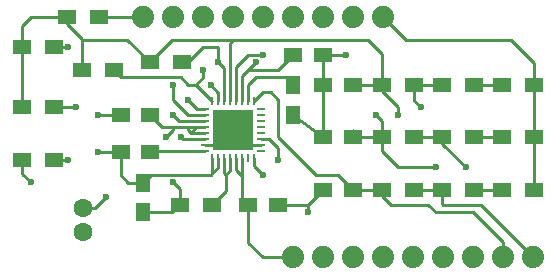
<source format=gtl>
G04 #@! TF.FileFunction,Copper,L1,Top,Signal*
%FSLAX46Y46*%
G04 Gerber Fmt 4.6, Leading zero omitted, Abs format (unit mm)*
G04 Created by KiCad (PCBNEW 4.0.6) date Thursday, January 11, 2018 'PMt' 08:13:23 PM*
%MOMM*%
%LPD*%
G01*
G04 APERTURE LIST*
%ADD10C,0.100000*%
%ADD11R,1.500000X1.250000*%
%ADD12R,1.250000X1.500000*%
%ADD13R,1.500000X1.300000*%
%ADD14C,1.597660*%
%ADD15C,1.879600*%
%ADD16R,0.700000X0.250000*%
%ADD17R,0.250000X0.700000*%
%ADD18R,1.725000X1.725000*%
%ADD19C,0.600000*%
%ADD20C,0.250000*%
G04 APERTURE END LIST*
D10*
D11*
X170795000Y-103505000D03*
X168295000Y-103505000D03*
X170795000Y-99060000D03*
X168295000Y-99060000D03*
X170795000Y-94615000D03*
X168295000Y-94615000D03*
X153650000Y-97155000D03*
X151150000Y-97155000D03*
X153650000Y-100330000D03*
X151150000Y-100330000D03*
D12*
X153035000Y-105390000D03*
X153035000Y-102890000D03*
D11*
X165755000Y-92075000D03*
X168255000Y-92075000D03*
D12*
X165735000Y-94635000D03*
X165735000Y-97135000D03*
D11*
X161945000Y-104775000D03*
X164445000Y-104775000D03*
D13*
X186135000Y-103505000D03*
X183435000Y-103505000D03*
X186135000Y-94615000D03*
X183435000Y-94615000D03*
X186135000Y-99060000D03*
X183435000Y-99060000D03*
D14*
X147955000Y-107043220D03*
X147955000Y-105046780D03*
D15*
X186055000Y-109220000D03*
X183515000Y-109220000D03*
X180975000Y-109220000D03*
X178435000Y-109220000D03*
X175895000Y-109220000D03*
X173355000Y-109220000D03*
X170815000Y-109220000D03*
X168275000Y-109220000D03*
X165735000Y-109220000D03*
X153035000Y-88900000D03*
X155575000Y-88900000D03*
X158115000Y-88900000D03*
X160655000Y-88900000D03*
X163195000Y-88900000D03*
X165735000Y-88900000D03*
X168275000Y-88900000D03*
X170815000Y-88900000D03*
X173355000Y-88900000D03*
D13*
X156130000Y-104775000D03*
X158830000Y-104775000D03*
X145495000Y-100965000D03*
X142795000Y-100965000D03*
X175975000Y-103505000D03*
X173275000Y-103505000D03*
X175975000Y-99060000D03*
X173275000Y-99060000D03*
X175975000Y-94615000D03*
X173275000Y-94615000D03*
X145495000Y-96520000D03*
X142795000Y-96520000D03*
X156290000Y-92710000D03*
X153590000Y-92710000D03*
X181055000Y-103505000D03*
X178355000Y-103505000D03*
X181055000Y-94615000D03*
X178355000Y-94615000D03*
X181055000Y-99060000D03*
X178355000Y-99060000D03*
X149305000Y-88900000D03*
X146605000Y-88900000D03*
X150575000Y-93345000D03*
X147875000Y-93345000D03*
X145495000Y-91440000D03*
X142795000Y-91440000D03*
D16*
X158255000Y-96675000D03*
X158255000Y-97175000D03*
X158255000Y-97675000D03*
X158255000Y-98175000D03*
X158255000Y-98675000D03*
X158255000Y-99175000D03*
X158255000Y-99675000D03*
X158255000Y-100175000D03*
D17*
X158905000Y-100825000D03*
X159405000Y-100825000D03*
X159905000Y-100825000D03*
X160405000Y-100825000D03*
X160905000Y-100825000D03*
X161405000Y-100825000D03*
X161905000Y-100825000D03*
X162405000Y-100825000D03*
D16*
X163055000Y-100175000D03*
X163055000Y-99675000D03*
X163055000Y-99175000D03*
X163055000Y-98675000D03*
X163055000Y-98175000D03*
X163055000Y-97675000D03*
X163055000Y-97175000D03*
X163055000Y-96675000D03*
D17*
X162405000Y-96025000D03*
X161905000Y-96025000D03*
X161405000Y-96025000D03*
X160905000Y-96025000D03*
X160405000Y-96025000D03*
X159905000Y-96025000D03*
X159405000Y-96025000D03*
X158905000Y-96025000D03*
D18*
X161517500Y-99287500D03*
X161517500Y-97562500D03*
X159792500Y-99287500D03*
X159792500Y-97562500D03*
D19*
X143510000Y-102870000D03*
X167005000Y-105410000D03*
X170180000Y-92075000D03*
X149225000Y-97155000D03*
X163195000Y-102235000D03*
X159792500Y-99287500D03*
X161517500Y-99287500D03*
X161517500Y-97562500D03*
X159792500Y-97562500D03*
X149225000Y-100330000D03*
X177800000Y-101600000D03*
X172720000Y-97155000D03*
X163195000Y-92075000D03*
X174625000Y-97155000D03*
X149860000Y-104140000D03*
X154940000Y-99060000D03*
X162560000Y-92710000D03*
X164465000Y-100965000D03*
X155575000Y-102870000D03*
X156210000Y-99060000D03*
X155575000Y-94615000D03*
X146685000Y-91440000D03*
X156845000Y-95885000D03*
X158115000Y-93345000D03*
X158750000Y-94615000D03*
X147320000Y-96520000D03*
X159385000Y-92710000D03*
X155575000Y-97155000D03*
X146685000Y-100965000D03*
X180340000Y-101600000D03*
X176530000Y-96520000D03*
D20*
X173275000Y-103505000D02*
X173275000Y-104060000D01*
X173275000Y-104060000D02*
X173990000Y-104775000D01*
X183515000Y-107950000D02*
X183515000Y-109220000D01*
X180975000Y-105410000D02*
X183515000Y-107950000D01*
X177800000Y-105410000D02*
X180975000Y-105410000D01*
X177165000Y-104775000D02*
X177800000Y-105410000D01*
X173990000Y-104775000D02*
X177165000Y-104775000D01*
X162405000Y-96025000D02*
X162420000Y-96025000D01*
X162420000Y-96025000D02*
X163195000Y-95250000D01*
X163195000Y-95250000D02*
X163830000Y-95250000D01*
X163830000Y-95250000D02*
X164465000Y-95885000D01*
X164465000Y-95885000D02*
X164465000Y-99060000D01*
X164465000Y-99060000D02*
X167640000Y-102235000D01*
X167640000Y-102235000D02*
X169525000Y-102235000D01*
X169525000Y-102235000D02*
X170795000Y-103505000D01*
X170795000Y-103505000D02*
X173275000Y-103505000D01*
X151130000Y-100350000D02*
X151130000Y-102235000D01*
X151785000Y-102890000D02*
X151130000Y-102235000D01*
X151785000Y-102890000D02*
X153035000Y-102890000D01*
X151130000Y-100350000D02*
X151150000Y-100330000D01*
X142795000Y-100965000D02*
X142795000Y-102155000D01*
X142795000Y-102155000D02*
X143510000Y-102870000D01*
X167005000Y-104775000D02*
X167005000Y-105410000D01*
X164445000Y-104775000D02*
X167005000Y-104775000D01*
X167005000Y-104775000D02*
X167025000Y-104775000D01*
X167025000Y-104775000D02*
X168295000Y-103505000D01*
X168255000Y-92075000D02*
X170180000Y-92075000D01*
X168255000Y-92075000D02*
X168255000Y-94575000D01*
X168255000Y-94575000D02*
X168295000Y-94615000D01*
X168295000Y-99060000D02*
X168295000Y-94615000D01*
X168295000Y-99060000D02*
X165755000Y-97155000D01*
X165755000Y-97155000D02*
X165735000Y-97135000D01*
X151150000Y-97155000D02*
X149225000Y-97155000D01*
X162405000Y-100825000D02*
X162405000Y-101445000D01*
X162405000Y-101445000D02*
X163195000Y-102235000D01*
X159405000Y-99675000D02*
X159792500Y-99287500D01*
X161905000Y-99675000D02*
X161517500Y-99287500D01*
X151150000Y-100330000D02*
X149225000Y-100330000D01*
X158255000Y-99675000D02*
X159405000Y-99675000D01*
X163055000Y-99675000D02*
X161905000Y-99675000D01*
X158750000Y-102235000D02*
X153690000Y-102235000D01*
X153690000Y-102235000D02*
X153035000Y-102890000D01*
X158905000Y-100825000D02*
X158905000Y-102080000D01*
X159405000Y-101580000D02*
X158750000Y-102235000D01*
X159405000Y-101580000D02*
X159405000Y-100825000D01*
X158905000Y-102080000D02*
X158750000Y-102235000D01*
X173275000Y-99060000D02*
X173275000Y-100250000D01*
X174625000Y-101600000D02*
X177800000Y-101600000D01*
X173275000Y-100250000D02*
X174625000Y-101600000D01*
X160905000Y-96025000D02*
X160905000Y-93095000D01*
X173275000Y-97710000D02*
X173275000Y-99060000D01*
X172720000Y-97155000D02*
X173275000Y-97710000D01*
X161925000Y-92075000D02*
X163195000Y-92075000D01*
X160905000Y-93095000D02*
X161925000Y-92075000D01*
X170795000Y-98445000D02*
X170795000Y-99060000D01*
X170795000Y-99060000D02*
X173275000Y-99060000D01*
X174625000Y-96520000D02*
X174625000Y-97155000D01*
X173275000Y-95170000D02*
X174625000Y-96520000D01*
X173275000Y-94615000D02*
X173275000Y-95170000D01*
X147875000Y-90805000D02*
X151685000Y-90805000D01*
X151685000Y-90805000D02*
X153590000Y-92710000D01*
X142795000Y-96520000D02*
X142795000Y-91440000D01*
X146605000Y-88900000D02*
X143510000Y-88900000D01*
X142795000Y-89615000D02*
X142795000Y-91440000D01*
X143510000Y-88900000D02*
X142795000Y-89615000D01*
X147875000Y-93345000D02*
X147875000Y-90805000D01*
X147875000Y-90805000D02*
X147875000Y-90725000D01*
X147875000Y-90725000D02*
X146605000Y-89455000D01*
X146605000Y-89455000D02*
X146605000Y-88900000D01*
X160655000Y-90805000D02*
X155495000Y-90805000D01*
X155495000Y-90805000D02*
X153590000Y-92710000D01*
X160405000Y-96025000D02*
X160405000Y-91055000D01*
X173275000Y-91995000D02*
X173275000Y-94615000D01*
X172085000Y-90805000D02*
X173275000Y-91995000D01*
X160655000Y-90805000D02*
X172085000Y-90805000D01*
X160405000Y-91055000D02*
X160655000Y-90805000D01*
X173275000Y-94615000D02*
X170795000Y-94615000D01*
X155575000Y-98175000D02*
X155575000Y-98425000D01*
X148953220Y-105046780D02*
X147955000Y-105046780D01*
X149860000Y-104140000D02*
X148953220Y-105046780D01*
X155575000Y-98425000D02*
X154940000Y-99060000D01*
X156845000Y-98175000D02*
X155575000Y-98175000D01*
X155575000Y-98175000D02*
X154670000Y-98175000D01*
X154670000Y-98175000D02*
X153650000Y-97155000D01*
X157075000Y-98655000D02*
X156845000Y-98425000D01*
X156845000Y-98425000D02*
X156845000Y-98175000D01*
X157075000Y-98675000D02*
X157075000Y-98655000D01*
X158255000Y-98675000D02*
X157075000Y-98675000D01*
X157555000Y-98175000D02*
X158255000Y-98175000D01*
X157075000Y-98655000D02*
X157555000Y-98175000D01*
X158255000Y-98175000D02*
X156845000Y-98175000D01*
X156845000Y-98175000D02*
X156575000Y-98175000D01*
X158255000Y-100175000D02*
X153805000Y-100175000D01*
X153805000Y-100175000D02*
X153650000Y-100330000D01*
X161925000Y-93345000D02*
X162560000Y-92710000D01*
X163055000Y-99175000D02*
X163715000Y-99175000D01*
X163715000Y-99175000D02*
X164465000Y-99925000D01*
X164465000Y-99925000D02*
X164465000Y-100965000D01*
X161405000Y-96025000D02*
X161405000Y-93865000D01*
X164485000Y-93345000D02*
X165755000Y-92075000D01*
X161925000Y-93345000D02*
X164485000Y-93345000D01*
X161405000Y-93865000D02*
X161925000Y-93345000D01*
X165215000Y-92615000D02*
X165755000Y-92075000D01*
X153035000Y-105390000D02*
X155515000Y-105390000D01*
X155515000Y-105390000D02*
X156130000Y-104775000D01*
X158255000Y-99175000D02*
X156325000Y-99175000D01*
X156130000Y-103425000D02*
X156130000Y-104775000D01*
X155575000Y-102870000D02*
X156130000Y-103425000D01*
X156325000Y-99175000D02*
X156210000Y-99060000D01*
X165735000Y-94635000D02*
X165735000Y-93980000D01*
X165735000Y-93980000D02*
X163830000Y-93980000D01*
X163830000Y-93980000D02*
X162560000Y-93980000D01*
X162560000Y-93980000D02*
X161905000Y-94635000D01*
X161905000Y-94635000D02*
X161905000Y-96025000D01*
X165735000Y-109220000D02*
X163195000Y-109220000D01*
X161945000Y-107970000D02*
X161945000Y-104775000D01*
X163195000Y-109220000D02*
X161945000Y-107970000D01*
X161405000Y-102120000D02*
X161405000Y-104235000D01*
X161405000Y-104235000D02*
X161945000Y-104775000D01*
X161405000Y-100825000D02*
X161405000Y-102120000D01*
X160905000Y-101850000D02*
X161290000Y-102235000D01*
X160905000Y-101850000D02*
X160905000Y-100825000D01*
X161405000Y-102120000D02*
X161290000Y-102235000D01*
X186135000Y-94615000D02*
X186135000Y-92790000D01*
X175260000Y-90805000D02*
X173355000Y-88900000D01*
X184150000Y-90805000D02*
X175260000Y-90805000D01*
X186135000Y-92790000D02*
X184150000Y-90805000D01*
X186135000Y-99060000D02*
X186135000Y-103505000D01*
X186135000Y-94615000D02*
X186135000Y-99060000D01*
X183435000Y-103505000D02*
X181055000Y-103505000D01*
X181055000Y-94615000D02*
X183435000Y-94615000D01*
X181055000Y-99060000D02*
X183435000Y-99060000D01*
X155575000Y-95885000D02*
X155575000Y-94615000D01*
X158255000Y-97175000D02*
X156865000Y-97175000D01*
X156865000Y-97175000D02*
X155575000Y-95885000D01*
X153035000Y-88900000D02*
X149305000Y-88900000D01*
X146685000Y-91440000D02*
X145495000Y-91440000D01*
X157635000Y-96675000D02*
X156845000Y-95885000D01*
X158255000Y-96675000D02*
X157635000Y-96675000D01*
X157635000Y-96675000D02*
X157480000Y-96520000D01*
X158905000Y-96025000D02*
X158890000Y-96025000D01*
X158890000Y-96025000D02*
X157480000Y-94615000D01*
X158115000Y-93980000D02*
X158115000Y-93345000D01*
X158115000Y-93980000D02*
X157480000Y-94615000D01*
X156210000Y-93980000D02*
X151130000Y-93980000D01*
X156845000Y-94615000D02*
X156210000Y-93980000D01*
X157480000Y-94615000D02*
X156845000Y-94615000D01*
X151130000Y-93980000D02*
X150575000Y-93345000D01*
X159405000Y-96025000D02*
X159405000Y-95270000D01*
X159405000Y-95270000D02*
X158750000Y-94615000D01*
X147320000Y-96520000D02*
X145495000Y-96520000D01*
X159385000Y-92710000D02*
X159385000Y-91440000D01*
X158115000Y-91440000D02*
X156845000Y-92710000D01*
X159385000Y-91440000D02*
X158115000Y-91440000D01*
X156845000Y-92710000D02*
X156290000Y-92710000D01*
X159905000Y-96025000D02*
X159905000Y-93230000D01*
X159905000Y-93230000D02*
X159385000Y-92710000D01*
X160020000Y-102235000D02*
X160020000Y-103585000D01*
X160020000Y-103585000D02*
X158830000Y-104775000D01*
X160405000Y-100825000D02*
X160405000Y-101850000D01*
X159905000Y-102120000D02*
X160020000Y-102235000D01*
X159905000Y-102120000D02*
X159905000Y-100825000D01*
X160405000Y-101850000D02*
X160020000Y-102235000D01*
X145495000Y-100965000D02*
X146050000Y-100965000D01*
X156095000Y-97675000D02*
X155575000Y-97155000D01*
X146685000Y-100965000D02*
X146050000Y-100965000D01*
X156095000Y-97675000D02*
X158255000Y-97675000D01*
X178355000Y-103505000D02*
X178355000Y-104695000D01*
X181610000Y-104775000D02*
X186055000Y-109220000D01*
X178435000Y-104775000D02*
X181610000Y-104775000D01*
X178355000Y-104695000D02*
X178435000Y-104775000D01*
X178355000Y-103505000D02*
X175975000Y-103505000D01*
X178355000Y-99060000D02*
X178355000Y-99615000D01*
X178355000Y-99615000D02*
X180340000Y-101600000D01*
X175975000Y-99060000D02*
X178355000Y-99060000D01*
X175975000Y-94615000D02*
X175975000Y-95965000D01*
X175975000Y-95965000D02*
X176530000Y-96520000D01*
X178355000Y-94615000D02*
X175975000Y-94615000D01*
M02*

</source>
